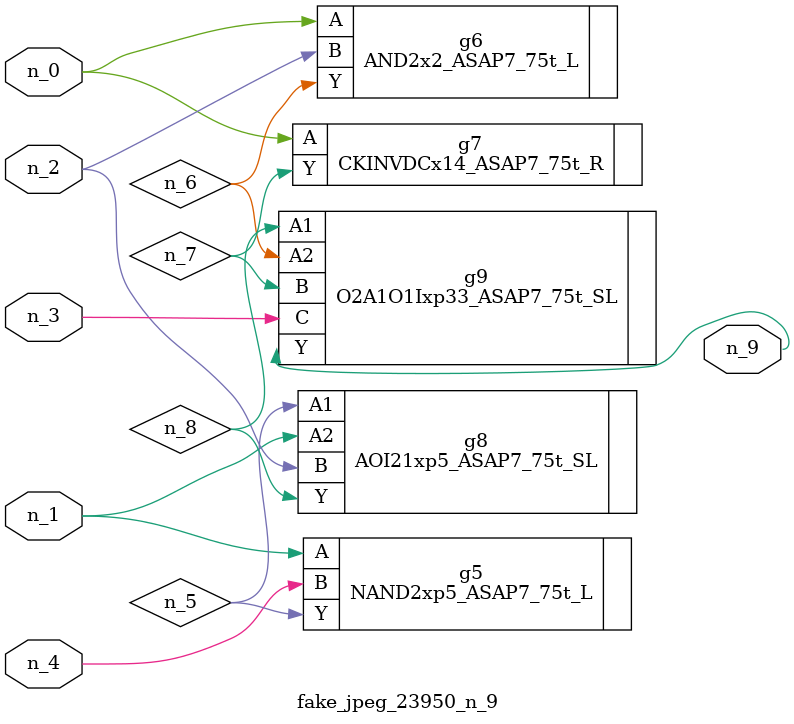
<source format=v>
module fake_jpeg_23950_n_9 (n_3, n_2, n_1, n_0, n_4, n_9);

input n_3;
input n_2;
input n_1;
input n_0;
input n_4;

output n_9;

wire n_8;
wire n_6;
wire n_5;
wire n_7;

NAND2xp5_ASAP7_75t_L g5 ( 
.A(n_1),
.B(n_4),
.Y(n_5)
);

AND2x2_ASAP7_75t_L g6 ( 
.A(n_0),
.B(n_2),
.Y(n_6)
);

CKINVDCx14_ASAP7_75t_R g7 ( 
.A(n_0),
.Y(n_7)
);

AOI21xp5_ASAP7_75t_SL g8 ( 
.A1(n_5),
.A2(n_1),
.B(n_2),
.Y(n_8)
);

O2A1O1Ixp33_ASAP7_75t_SL g9 ( 
.A1(n_8),
.A2(n_6),
.B(n_7),
.C(n_3),
.Y(n_9)
);


endmodule
</source>
